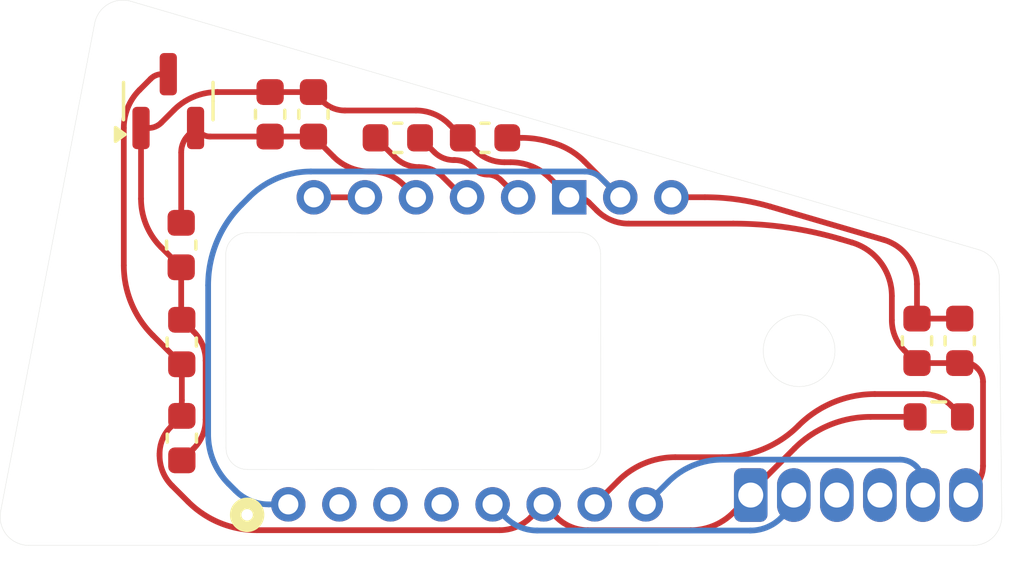
<source format=kicad_pcb>
(kicad_pcb (version 20240108) (generator "pcbnew") (generator_version "8.0")
  (layers (0 "F.Cu" signal) (1 "In1.Cu" signal) (2 "In2.Cu" signal) (31 "B.Cu" signal) (34 "B.Paste" user) (35 "F.Paste" user) (36 "B.SilkS" user "B.Silkscreen") (37 "F.SilkS" user "F.Silkscreen") (38 "B.Mask" user) (39 "F.Mask" user) (44 "Edge.Cuts" user))
  (net 0 "")
  (net 1 "Net-(U2-+VCSEL)")
  (net 2 "GND")
  (net 3 "Net-(U2-CP)")
  (net 4 "Net-(U2-CN)")
  (net 5 "3.3v")
  (net 6 "Net-(U2-VCP)")
  (net 7 "NCS")
  (net 8 "+1V8")
  (net 9 "SCLK")
  (net 10 "SDIO")
  (net 11 "Net-(U2-NRESET)")
  (net 12 "Net-(U2--VCSEL)")
  (net 14 "IRQ")
  (footprint "Capacitor_SMD:C_0603_1608Metric" (layer "F.Cu") (at 125.84 103.875 -90)
    (property "Reference" "C7" (hide yes))
    (property "Value" "100n" (hide yes))
    (fp_line (start -0.14058 0.51) (end 0.14058 0.51) (stroke (width 0.12)) (layer "F.SilkS"))
    (fp_line (start -0.14058 -0.51) (end 0.14058 -0.51) (stroke (width 0.12)) (layer "F.SilkS"))
    (pad "1" smd roundrect (at -0.775 0 270) (size 0.9 0.95) (layers "F.Cu" "F.Paste" "F.Mask") (net 5 "3.3v"))
    (pad "2" smd roundrect (at 0.775 0 270) (size 0.9 0.95) (layers "F.Cu" "F.Paste" "F.Mask") (net 2 "GND"))
  )
  (footprint "Capacitor_SMD:C_0603_1608Metric" (layer "F.Cu") (at 133.366509 93.410492 -5.689893001e-15)
    (property "Reference" "C6" (hide yes))
    (property "Value" "100n (X7R)" (hide yes))
    (fp_line (start -0.140581 -0.510001) (end 0.140581 -0.51) (stroke (width 0.12)) (layer "F.SilkS"))
    (fp_line (start -0.140581 0.51) (end 0.140581 0.510001) (stroke (width 0.12)) (layer "F.SilkS"))
    (pad "1" smd roundrect (at -0.775 0.000001) (size 0.9 0.95) (layers "F.Cu" "F.Paste" "F.Mask") (net 4 "Net-(U2-CN)"))
    (pad "2" smd roundrect (at 0.775 -0.000001) (size 0.9 0.95) (layers "F.Cu" "F.Paste" "F.Mask") (net 3 "Net-(U2-CP)"))
  )
  (footprint "Package_TO_SOT_SMD:SOT-23" (layer "F.Cu") (at 125.367418 92.129613 90)
    (property "Reference" "U1" (hide yes))
    (property "Value" "MCP1700x-180xxTT" (hide yes))
    (fp_line (start 0 -1.56) (end 0.65 -1.56) (stroke (width 0.12)) (layer "F.SilkS"))
    (fp_line (start 0 -1.56) (end -0.65 -1.56) (stroke (width 0.12)) (layer "F.SilkS"))
    (fp_line (start 0 1.56) (end 0.65 1.56) (stroke (width 0.12)) (layer "F.SilkS"))
    (fp_line (start 0 1.56) (end -0.65 1.56) (stroke (width 0.12)) (layer "F.SilkS"))
    (fp_poly (pts (xy -1.1625 -1.51) (xy -1.4025 -1.84) (xy -0.9225 -1.84) (xy -1.1625 -1.51)) (stroke (width 0.12)) (fill solid) (layer "F.SilkS"))
    (pad "1" smd roundrect (at -0.9375 -0.95 90) (size 1.475 0.6) (layers "F.Cu" "F.Paste" "F.Mask") (net 2 "GND"))
    (pad "2" smd roundrect (at -0.9375 0.95 90) (size 1.475 0.6) (layers "F.Cu" "F.Paste" "F.Mask") (net 8 "+1V8"))
    (pad "3" smd roundrect (at 0.9375 0 90) (size 1.475 0.6) (layers "F.Cu" "F.Paste" "F.Mask") (net 5 "3.3v"))
  )
  (footprint "Connector_Wuerth:Wuerth_WR-WTB_64800611622_1x06_P1.50mm_Vertical" (layer "F.Cu") (at 145.666509 105.860492)
    (property "Reference" "J3" (hide yes))
    (property "Value" "trackball" (hide yes))
    (pad "1" thru_hole roundrect (at 0 0) (size 1.17 1.87) (drill 0.87) (layers "*.Cu" "*.Mask") (roundrect_rratio 0.213675) (net 5 "3.3v"))
    (pad "2" thru_hole oval (at 1.500014 0) (size 1.17 1.87) (drill 0.87) (layers "*.Cu" "*.Mask") (net 7 "NCS"))
    (pad "3" thru_hole oval (at 2.999997 0.000001) (size 1.17 1.87) (drill 0.87) (layers "*.Cu" "*.Mask") (net 10 "SDIO"))
    (pad "4" thru_hole oval (at 4.500007 -0.000006) (size 1.17 1.87) (drill 0.87) (layers "*.Cu" "*.Mask") (net 9 "SCLK"))
    (pad "5" thru_hole oval (at 6.000008 -0.000002) (size 1.17 1.87) (drill 0.87) (layers "*.Cu" "*.Mask") (net 14 "IRQ"))
    (pad "6" thru_hole oval (at 7.500001 -0.000006) (size 1.17 1.87) (drill 0.87) (layers "*.Cu" "*.Mask") (net 2 "GND"))
  )
  (footprint "sensor:PMW3610" (layer "F.Cu") (at 133.829882 100.833873 90)
    (property "Reference" "U2" (hide yes))
    (property "Value" "PMW3610")
    (fp_circle (center -5.715 -5.715) (end -5.515009 -5.715003) (stroke (width 0.4)) (fill none) (layer "F.SilkS"))
    (pad "1" thru_hole circle (at -5.349993 -4.279997 90) (size 1.2 1.2) (drill 0.7) (layers "*.Cu" "*.Mask") (net 1 "Net-(U2-+VCSEL)"))
    (pad "2" thru_hole circle (at -5.350006 -2.500002 90) (size 1.2 1.2) (drill 0.7) (layers "*.Cu" "*.Mask") (net 10 "SDIO"))
    (pad "3" thru_hole circle (at -5.35 -0.720011 90) (size 1.2 1.2) (drill 0.7) (layers "*.Cu" "*.Mask") (net 9 "SCLK"))
    (pad "4" thru_hole circle (at -5.35 1.060002 90) (size 1.2 1.2) (drill 0.7) (layers "*.Cu" "*.Mask"))
    (pad "5" thru_hole circle (at -5.35 2.840002 90) (size 1.2 1.2) (drill 0.7) (layers "*.Cu" "*.Mask") (net 7 "NCS"))
    (pad "6" thru_hole circle (at -5.350007 4.620008 90) (size 1.2 1.2) (drill 0.7) (layers "*.Cu" "*.Mask") (net 5 "3.3v"))
    (pad "7" thru_hole circle (at -5.349995 6.400002 90) (size 1.2 1.2) (drill 0.7) (layers "*.Cu" "*.Mask") (net 11 "Net-(U2-NRESET)"))
    (pad "8" thru_hole circle (at -5.350002 8.180014 90) (size 1.2 1.2) (drill 0.7) (layers "*.Cu" "*.Mask") (net 14 "IRQ"))
    (pad "9" thru_hole circle (at 5.350007 9.069995 90) (size 1.2 1.2) (drill 0.7) (layers "*.Cu" "*.Mask") (net 6 "Net-(U2-VCP)"))
    (pad "10" thru_hole circle (at 5.34999 7.289995 90) (size 1.2 1.2) (drill 0.7) (layers "*.Cu" "*.Mask") (net 1 "Net-(U2-+VCSEL)"))
    (pad "11" thru_hole rect (at 5.350002 5.510006 90) (size 1.2 1.2) (drill 0.7) (layers "*.Cu" "*.Mask") (net 2 "GND"))
    (pad "12" thru_hole circle (at 5.349998 3.729995 90) (size 1.2 1.2) (drill 0.7) (layers "*.Cu" "*.Mask") (net 3 "Net-(U2-CP)"))
    (pad "13" thru_hole circle (at 5.349998 1.949997 90) (size 1.2 1.2) (drill 0.7) (layers "*.Cu" "*.Mask") (net 4 "Net-(U2-CN)"))
    (pad "14" thru_hole circle (at 5.350001 0.170001 90) (size 1.2 1.2) (drill 0.7) (layers "*.Cu" "*.Mask") (net 8 "+1V8"))
    (pad "15" thru_hole circle (at 5.350008 -1.610007 90) (size 1.2 1.2) (drill 0.7) (layers "*.Cu" "*.Mask") (net 12 "Net-(U2--VCSEL)"))
    (pad "16" thru_hole circle (at 5.349999 -3.389994 90) (size 1.2 1.2) (drill 0.7) (layers "*.Cu" "*.Mask") (net 12 "Net-(U2--VCSEL)"))
  )
  (footprint "Capacitor_SMD:C_0603_1608Metric" (layer "F.Cu") (at 125.817418 97.147113 -90)
    (property "Reference" "C10" (hide yes))
    (property "Value" "1uF" (hide yes))
    (fp_line (start -0.14058 0.51) (end 0.14058 0.51) (stroke (width 0.12)) (layer "F.SilkS"))
    (fp_line (start -0.14058 -0.51) (end 0.14058 -0.51) (stroke (width 0.12)) (layer "F.SilkS"))
    (pad "1" smd roundrect (at -0.775 0 270) (size 0.9 0.95) (layers "F.Cu" "F.Paste" "F.Mask") (net 8 "+1V8"))
    (pad "2" smd roundrect (at 0.775 0 270) (size 0.9 0.95) (layers "F.Cu" "F.Paste" "F.Mask") (net 2 "GND"))
  )
  (footprint "Capacitor_SMD:C_0603_1608Metric" (layer "F.Cu") (at 152.949999 100.485 -90)
    (property "Reference" "C9" (hide yes))
    (property "Value" "10n (X7R)" (hide yes))
    (fp_line (start -0.140581 0.51) (end 0.140581 0.510001) (stroke (width 0.12)) (layer "F.SilkS"))
    (fp_line (start -0.140581 -0.510001) (end 0.140581 -0.51) (stroke (width 0.12)) (layer "F.SilkS"))
    (pad "1" smd roundrect (at -0.775 0.000001 270) (size 0.9 0.95) (layers "F.Cu" "F.Paste" "F.Mask") (net 6 "Net-(U2-VCP)"))
    (pad "2" smd roundrect (at 0.775 -0.000001 270) (size 0.9 0.95) (layers "F.Cu" "F.Paste" "F.Mask") (net 2 "GND"))
  )
  (footprint "Capacitor_SMD:C_0603_1608Metric" (layer "F.Cu") (at 136.406509 93.410492 180)
    (property "Reference" "C1" (hide yes))
    (property "Value" "10n" (hide yes))
    (fp_line (start -0.140581 0.51) (end 0.140581 0.510001) (stroke (width 0.12)) (layer "F.SilkS"))
    (fp_line (start -0.140581 -0.510001) (end 0.140581 -0.51) (stroke (width 0.12)) (layer "F.SilkS"))
    (pad "1" smd roundrect (at -0.775 0.000001 180) (size 0.9 0.95) (layers "F.Cu" "F.Paste" "F.Mask") (net 1 "Net-(U2-+VCSEL)"))
    (pad "2" smd roundrect (at 0.775 -0.000001 180) (size 0.9 0.95) (layers "F.Cu" "F.Paste" "F.Mask") (net 2 "GND"))
  )
  (footprint "Resistor_SMD:R_0603_1608Metric" (layer "F.Cu") (at 152.219999 103.135 180)
    (property "Reference" "R1" (hide yes))
    (property "Value" "2M" (hide yes))
    (fp_line (start -0.237258 0.5225) (end 0.237258 0.5225) (stroke (width 0.12)) (layer "F.SilkS"))
    (fp_line (start -0.237258 -0.5225) (end 0.237258 -0.5225) (stroke (width 0.12)) (layer "F.SilkS"))
    (pad "1" smd roundrect (at -0.825 0 180) (size 0.8 0.95) (layers "F.Cu" "F.Paste" "F.Mask") (net 11 "Net-(U2-NRESET)"))
    (pad "2" smd roundrect (at 0.825 0 180) (size 0.8 0.95) (layers "F.Cu" "F.Paste" "F.Mask") (net 5 "3.3v"))
  )
  (footprint "Capacitor_SMD:C_0603_1608Metric" (layer "F.Cu") (at 125.837418 100.527113 90)
    (property "Reference" "C11" (hide yes))
    (property "Value" "1uF" (hide yes))
    (fp_line (start -0.14058 -0.51) (end 0.14058 -0.51) (stroke (width 0.12)) (layer "F.SilkS"))
    (fp_line (start -0.14058 0.51) (end 0.14058 0.51) (stroke (width 0.12)) (layer "F.SilkS"))
    (pad "1" smd roundrect (at -0.775 0 90) (size 0.9 0.95) (layers "F.Cu" "F.Paste" "F.Mask") (net 5 "3.3v"))
    (pad "2" smd roundrect (at 0.775 0 90) (size 0.9 0.95) (layers "F.Cu" "F.Paste" "F.Mask") (net 2 "GND"))
  )
  (footprint "Capacitor_SMD:C_0603_1608Metric" (layer "F.Cu") (at 130.426509 92.590492 90)
    (property "Reference" "C3" (hide yes))
    (property "Value" "3.3u/16V" (hide yes))
    (fp_line (start -0.140581 -0.510001) (end 0.140581 -0.51) (stroke (width 0.12)) (layer "F.SilkS"))
    (fp_line (start -0.140581 0.51) (end 0.140581 0.510001) (stroke (width 0.12)) (layer "F.SilkS"))
    (pad "1" smd roundrect (at -0.775 0.000001 90) (size 0.9 0.95) (layers "F.Cu" "F.Paste" "F.Mask") (net 8 "+1V8"))
    (pad "2" smd roundrect (at 0.775 -0.000001 90) (size 0.9 0.95) (layers "F.Cu" "F.Paste" "F.Mask") (net 2 "GND"))
  )
  (footprint "Capacitor_SMD:C_0603_1608Metric" (layer "F.Cu") (at 151.459999 100.485 -90)
    (property "Reference" "C8" (hide yes))
    (property "Value" "10u (X7R)" (hide yes))
    (fp_line (start -0.140581 0.51) (end 0.140581 0.510001) (stroke (width 0.12)) (layer "F.SilkS"))
    (fp_line (start -0.140581 -0.510001) (end 0.140581 -0.51) (stroke (width 0.12)) (layer "F.SilkS"))
    (pad "1" smd roundrect (at -0.775 0.000001 270) (size 0.9 0.95) (layers "F.Cu" "F.Paste" "F.Mask") (net 6 "Net-(U2-VCP)"))
    (pad "2" smd roundrect (at 0.775 -0.000001 270) (size 0.9 0.95) (layers "F.Cu" "F.Paste" "F.Mask") (net 2 "GND"))
  )
  (footprint "Capacitor_SMD:C_0603_1608Metric" (layer "F.Cu") (at 128.916509 92.590492 90)
    (property "Reference" "C2" (hide yes))
    (property "Value" "100n" (hide yes))
    (fp_line (start -0.140581 -0.510001) (end 0.140581 -0.51) (stroke (width 0.12)) (layer "F.SilkS"))
    (fp_line (start -0.140581 0.51) (end 0.140581 0.510001) (stroke (width 0.12)) (layer "F.SilkS"))
    (pad "1" smd roundrect (at -0.775 0.000001 90) (size 0.9 0.95) (layers "F.Cu" "F.Paste" "F.Mask") (net 8 "+1V8"))
    (pad "2" smd roundrect (at 0.775 -0.000001 90) (size 0.9 0.95) (layers "F.Cu" "F.Paste" "F.Mask") (net 2 "GND"))
  )
  (gr_line (start 140.438149 104.214928) (end 140.432271 97.455078) (stroke (width 0.01)) (layer "Edge.Cuts"))
  (gr_arc (start 127.372166 97.467224) (mid 127.591406 96.936674) (end 128.12159 96.716576) (stroke (width 0.01)) (layer "Edge.Cuts"))
  (gr_arc (start 128.126581 104.968575) (mid 127.596471 104.748401) (end 127.378432 104.217409) (stroke (width 0.01)) (layer "Edge.Cuts"))
  (gr_arc (start 122.801086 89.42243) (mid 123.262276 88.757899) (end 124.064203 88.651937) (stroke (width 0.01)) (layer "Edge.Cuts"))
  (gr_line (start 154.325964 98.257069) (end 154.413372 106.603511) (stroke (width 0.01)) (layer "Edge.Cuts"))
  (gr_line (start 128.126581 104.968575) (end 139.686578 104.972152) (stroke (width 0.01)) (layer "Edge.Cuts"))
  (gr_arc (start 154.413372 106.603511) (mid 154.124227 107.317393) (end 153.413417 107.613984) (stroke (width 0.01)) (layer "Edge.Cuts"))
  (gr_line (start 119.526509 106.420492) (end 122.801086 89.42243) (stroke (width 0.01)) (layer "Edge.Cuts"))
  (gr_arc (start 153.607195 97.307882) (mid 154.123215 97.663853) (end 154.325964 98.257069) (stroke (width 0.01)) (layer "Edge.Cuts"))
  (gr_circle (center 147.352507 100.828356) (end 147.365597 102.078287) (stroke (width 0.01)) (fill none) (layer "Edge.Cuts"))
  (gr_line (start 153.413417 107.613984) (end 153.413417 107.613986) (stroke (width 0.01)) (layer "Edge.Cuts"))
  (gr_arc (start 120.507738 107.613653) (mid 119.735306 107.248821) (end 119.526509 106.420492) (stroke (width 0.01)) (layer "Edge.Cuts"))
  (gr_line (start 139.68165 96.705807) (end 128.12159 96.716576) (stroke (width 0.01)) (layer "Edge.Cuts"))
  (gr_line (start 153.413417 107.613986) (end 120.507738 107.613653) (stroke (width 0.01)) (layer "Edge.Cuts"))
  (gr_arc (start 140.438148 104.214928) (mid 140.22 104.75) (end 139.686578 104.972152) (stroke (width 0.01)) (layer "Edge.Cuts"))
  (gr_arc (start 139.68165 96.705807) (mid 140.212108 96.924993) (end 140.432271 97.455078) (stroke (width 0.01)) (layer "Edge.Cuts"))
  (gr_line (start 124.064203 88.651937) (end 153.607195 97.307882) (stroke (width 0.01)) (layer "Edge.Cuts"))
  (gr_line (start 127.372166 97.467224) (end 127.378432 104.217409) (stroke (width 0.01)) (layer "Edge.Cuts"))
  (segment (start 137.676446 93.410492) (end 137.18151 93.410492) (width 0.2) (layer "F.Cu") (net 1))
  (segment (start 139.865155 94.229161) (end 141.119877 95.483883) (width 0.2) (layer "F.Cu") (net 1))
  (segment (start 138.790263 93.59182) (end 138.646352 93.549655) (width 0.2) (layer "F.Cu") (net 1))
  (arc (start 138.790263 93.59182) (mid 139.367782 93.842906) (end 139.865155 94.229161) (width 0.2) (layer "F.Cu") (net 1))
  (arc (start 137.18151 93.410492) (mid 137.18151 93.410492) (end 137.18151 93.410492) (width 0.2) (layer "F.Cu") (net 1))
  (arc (start 138.646352 93.549655) (mid 138.166365 93.445459) (end 137.676446 93.410492) (width 0.2) (layer "F.Cu") (net 1))
  (segment (start 128.868164 106.183866) (end 129.549885 106.183866) (width 0.2) (layer "B.Cu") (net 1))
  (segment (start 127.918041 95.745397) (end 128.190297 95.473145) (width 0.2) (layer "B.Cu") (net 1))
  (segment (start 127.704393 105.701816) (end 127.471476 105.468899) (width 0.2) (layer "B.Cu") (net 1))
  (segment (start 126.756509 103.742815) (end 126.756509 98.549583) (width 0.2) (layer "B.Cu") (net 1))
  (segment (start 139.885207 94.583865) (end 130.337234 94.583865) (width 0.2) (layer "B.Cu") (net 1))
  (segment (start 140.456493 94.820499) (end 141.119877 95.483883) (width 0.2) (layer "B.Cu") (net 1))
  (arc (start 126.756509 103.742815) (mid 126.942322 104.676965) (end 127.471476 105.468899) (width 0.2) (layer "B.Cu") (net 1))
  (arc (start 140.456493 94.820499) (mid 140.194385 94.645364) (end 139.885207 94.583865) (width 0.2) (layer "B.Cu") (net 1))
  (arc (start 130.337234 94.583865) (mid 129.175322 94.814981) (end 128.190297 95.473145) (width 0.2) (layer "B.Cu") (net 1))
  (arc (start 127.704393 105.701816) (mid 128.238335 106.058585) (end 128.868164 106.183866) (width 0.2) (layer "B.Cu") (net 1))
  (arc (start 127.918041 95.745397) (mid 127.058381 97.031968) (end 126.756509 98.549583) (width 0.2) (layer "B.Cu") (net 1))
  (segment (start 130.747416 92.1364) (end 130.426508 91.815492) (width 0.2) (layer "F.Cu") (net 2))
  (segment (start 126.255 104.235) (end 125.84 104.65) (width 0.2) (layer "F.Cu") (net 2))
  (segment (start 151.46 101.26) (end 152.889588 101.26) (width 0.2) (layer "F.Cu") (net 2))
  (segment (start 125.565176 92.441302) (end 125.123902 92.882576) (width 0.2) (layer "F.Cu") (net 2))
  (segment (start 125.827418 99.742113) (end 125.847418 99.762113) (width 0.2) (layer "F.Cu") (net 2))
  (segment (start 126.67 103.233101) (end 126.67 101.173419) (width 0.2) (layer "F.Cu") (net 2))
  (segment (start 150.584199 98.924199) (end 150.584199 99.764914) (width 0.2) (layer "F.Cu") (net 2))
  (segment (start 127.076016 91.815492) (end 128.916508 91.815492) (width 0.2) (layer "F.Cu") (net 2))
  (segment (start 151.022099 100.822099) (end 151.46 101.26) (width 0.2) (layer "F.Cu") (net 2))
  (segment (start 124.417418 93.328087) (end 124.417418 95.532163) (width 0.2) (layer "F.Cu") (net 2))
  (segment (start 153.761365 101.909748) (end 153.761365 104.845004) (width 0.2) (layer "F.Cu") (net 2))
  (segment (start 145.059636 96.4) (end 141.411002 96.4) (width 0.2) (layer "F.Cu") (net 2))
  (segment (start 125.847418 99.762113) (end 126.253709 100.168404) (width 0.2) (layer "F.Cu") (net 2))
  (segment (start 153.463937 105.563058) (end 153.16651 105.860486) (width 0.2) (layer "F.Cu") (net 2))
  (segment (start 153.533044 101.412293) (end 153.571058 101.450307) (width 0.2) (layer "F.Cu") (net 2))
  (segment (start 137.082548 94.260492) (end 137.299008 94.260492) (width 0.2) (layer "F.Cu") (net 2))
  (segment (start 136.056508 93.835492) (end 135.631509 93.410493) (width 0.2) (layer "F.Cu") (net 2))
  (segment (start 135.154917 92.933901) (end 135.631509 93.410493) (width 0.2) (layer "F.Cu") (net 2))
  (segment (start 139.160571 95.304554) (end 138.694569 94.838552) (width 0.2) (layer "F.Cu") (net 2))
  (segment (start 125.817418 97.922113) (end 125.117418 97.222113) (width 0.2) (layer "F.Cu") (net 2))
  (segment (start 149.1831 97.053684) (end 148.768127 96.932099) (width 0.2) (layer "F.Cu") (net 2))
  (segment (start 153.165375 101.26) (end 153.010412 101.26) (width 0.2) (layer "F.Cu") (net 2))
  (segment (start 152.889588 101.26) (end 153.010412 101.26) (width 0.2) (layer "F.Cu") (net 2))
  (segment (start 131.522158 92.457309) (end 134.004322 92.457309) (width 0.2) (layer "F.Cu") (net 2))
  (segment (start 128.916508 91.815492) (end 130.426508 91.815492) (width 0.2) (layer "F.Cu") (net 2))
  (segment (start 152.95 101.320412) (end 152.95 101.380824) (width 0.2) (layer "F.Cu") (net 2))
  (segment (start 125.817418 99.71797) (end 125.817418 97.922113) (width 0.2) (layer "F.Cu") (net 2))
  (segment (start 140.305136 95.941935) (end 140.026388 95.663187) (width 0.2) (layer "F.Cu") (net 2))
  (arc (start 136.056508 93.835492) (mid 136.527259 94.150038) (end 137.082548 94.260492) (width 0.2) (layer "F.Cu") (net 2))
  (arc (start 135.154917 92.933901) (mid 134.627019 92.581171) (end 134.004322 92.457309) (width 0.2) (layer "F.Cu") (net 2))
  (arc (start 124.417418 95.532163) (mid 124.599342 96.446757) (end 125.117418 97.222113) (width 0.2) (layer "F.Cu") (net 2))
  (arc (start 153.533044 101.412293) (mid 153.364356 101.299579) (end 153.165375 101.26) (width 0.2) (layer "F.Cu") (net 2))
  (arc (start 153.761365 104.845004) (mid 153.684065 105.233612) (end 153.463937 105.563058) (width 0.2) (layer "F.Cu") (net 2))
  (arc (start 148.768127 96.932099) (mid 146.932871 96.533702) (end 145.059636 96.4) (width 0.2) (layer "F.Cu") (net 2))
  (arc (start 150.584199 99.764914) (mid 150.698005 100.337058) (end 151.022099 100.822099) (width 0.2) (layer "F.Cu") (net 2))
  (arc (start 126.253709 100.168404) (mid 126.561809 100.629508) (end 126.67 101.173419) (width 0.2) (layer "F.Cu") (net 2))
  (arc (start 138.694569 94.838552) (mid 138.05428 94.410724) (end 137.299008 94.260492) (width 0.2) (layer "F.Cu") (net 2))
  (arc (start 139.160571 95.304554) (mid 139.359191 95.437268) (end 139.59348 95.483871) (width 0.2) (layer "F.Cu") (net 2))
  (arc (start 126.67 103.233101) (mid 126.562145 103.775324) (end 126.255 104.235) (width 0.2) (layer "F.Cu") (net 2))
  (arc (start 124.678392 93.067113) (mid 124.493855 93.14355) (end 124.417418 93.328087) (width 0.2) (layer "F.Cu") (net 2))
  (arc (start 125.817418 99.71797) (mid 125.820016 99.731036) (end 125.827418 99.742113) (width 0.2) (layer "F.Cu") (net 2))
  (arc (start 140.026388 95.663187) (mid 139.827768 95.530473) (end 139.59348 95.483871) (width 0.2) (layer "F.Cu") (net 2))
  (arc (start 149.1831 97.053684) (mid 150.195084 97.755663) (end 150.584199 98.924199) (width 0.2) (layer "F.Cu") (net 2))
  (arc (start 127.076016 91.815492) (mid 126.258355 91.978134) (end 125.565176 92.441302) (width 0.2) (layer "F.Cu") (net 2))
  (arc (start 153.010412 101.26) (mid 152.967694 101.277694) (end 152.95 101.320412) (width 0.2) (layer "F.Cu") (net 2))
  (arc (start 125.123902 92.882576) (mid 124.9195 93.019153) (end 124.678392 93.067113) (width 0.2) (layer "F.Cu") (net 2))
  (arc (start 152.95 101.320412) (mid 152.932305 101.277694) (end 152.889588 101.26) (width 0.2) (layer "F.Cu") (net 2))
  (arc (start 140.305136 95.941935) (mid 140.812511 96.280952) (end 141.411002 96.4) (width 0.2) (layer "F.Cu") (net 2))
  (arc (start 130.747416 92.1364) (mid 131.10287 92.373907) (end 131.522158 92.457309) (width 0.2) (layer "F.Cu") (net 2))
  (arc (start 153.571058 101.450307) (mid 153.711905 101.6611) (end 153.761365 101.909748) (width 0.2) (layer "F.Cu") (net 2))
  (segment (start 139.339888 95.483871) (end 139.847072 95.483871) (width 0.2) (layer "B.Cu") (net 2))
  (segment (start 134.635436 93.904418) (end 134.141509 93.410491) (width 0.2) (layer "F.Cu") (net 3))
  (segment (start 136.960943 94.884941) (end 137.559877 95.483875) (width 0.2) (layer "F.Cu") (net 3))
  (segment (start 136.022059 94.496042) (end 135.964009 94.437992) (width 0.2) (layer "F.Cu") (net 3))
  (segment (start 135.354421 94.185493) (end 135.31401 94.185493) (width 0.2) (layer "F.Cu") (net 3))
  (arc (start 135.964009 94.437992) (mid 135.684327 94.251115) (end 135.354421 94.185493) (width 0.2) (layer "F.Cu") (net 3))
  (arc (start 134.635436 93.904418) (mid 134.946768 94.112443) (end 135.31401 94.185493) (width 0.2) (layer "F.Cu") (net 3))
  (arc (start 136.022059 94.496042) (mid 136.237441 94.639956) (end 136.491501 94.690492) (width 0.2) (layer "F.Cu") (net 3))
  (arc (start 136.960943 94.884941) (mid 136.745561 94.741027) (end 136.491501 94.690492) (width 0.2) (layer "F.Cu") (net 3))
  (segment (start 134.94334 94.778008) (end 135.603007 95.437675) (width 0.2) (layer "F.Cu") (net 4))
  (segment (start 133.263007 94.081991) (end 132.591509 93.410493) (width 0.2) (layer "F.Cu") (net 4))
  (segment (start 135.714543 95.483875) (end 135.779879 95.483875) (width 0.2) (layer "F.Cu") (net 4))
  (arc (start 135.603007 95.437675) (mid 135.65418 95.471868) (end 135.714543 95.483875) (width 0.2) (layer "F.Cu") (net 4))
  (arc (start 133.263007 94.081991) (mid 133.648479 94.339555) (end 134.103174 94.43) (width 0.2) (layer "F.Cu") (net 4))
  (arc (start 134.94334 94.778008) (mid 134.557868 94.520444) (end 134.103174 94.43) (width 0.2) (layer "F.Cu") (net 4))
  (segment (start 125.065 104.423007) (end 125.065 104.486848) (width 0.2) (layer "F.Cu") (net 5))
  (segment (start 125.140892 91.192113) (end 125.367418 91.192113) (width 0.2) (layer "F.Cu") (net 5))
  (segment (start 125.836127 101.300822) (end 125.838709 101.303404) (width 0.2) (layer "F.Cu") (net 5))
  (segment (start 125.836127 101.300822) (end 124.827418 100.292113) (width 0.2) (layer "F.Cu") (net 5))
  (segment (start 149.842717 103.135) (end 151.394999 103.135) (width 0.2) (layer "F.Cu") (net 5))
  (segment (start 126.057591 106.091287) (end 125.497641 105.531337) (width 0.2) (layer "F.Cu") (net 5))
  (segment (start 124.365891 91.740586) (end 124.754187 91.352291) (width 0.2) (layer "F.Cu") (net 5))
  (segment (start 123.817418 93.06472) (end 123.817418 97.853757) (width 0.2) (layer "F.Cu") (net 5))
  (segment (start 125.84 102.551992) (end 125.84 101.30652) (width 0.2) (layer "F.Cu") (net 5))
  (segment (start 145.054817 106.472183) (end 145.6306 105.8964) (width 0.2) (layer "F.Cu") (net 5))
  (segment (start 145.702417 105.723018) (end 147.192807 104.232628) (width 0.2) (layer "F.Cu") (net 5))
  (segment (start 136.913495 107.083879) (end 128.453919 107.083879) (width 0.2) (layer "F.Cu") (net 5))
  (segment (start 143.578063 107.083875) (end 139.986277 107.083875) (width 0.2) (layer "F.Cu") (net 5))
  (arc (start 123.817418 97.853757) (mid 124.079908 99.173385) (end 124.827418 100.292113) (width 0.2) (layer "F.Cu") (net 5))
  (arc (start 126.057591 106.091287) (mid 127.157035 106.825912) (end 128.453919 107.083879) (width 0.2) (layer "F.Cu") (net 5))
  (arc (start 138.899887 106.633877) (mid 139.398327 106.966924) (end 139.986277 107.083875) (width 0.2) (layer "F.Cu") (net 5))
  (arc (start 145.702417 105.723018) (mid 145.675841 105.762792) (end 145.666509 105.809709) (width 0.2) (layer "F.Cu") (net 5))
  (arc (start 138.899887 106.633877) (mid 138.449889 106.447482) (end 137.999892 106.633877) (width 0.2) (layer "F.Cu") (net 5))
  (arc (start 125.065 104.486848) (mid 125.177439 105.052121) (end 125.497641 105.531337) (width 0.2) (layer "F.Cu") (net 5))
  (arc (start 137.999892 106.633877) (mid 137.501448 106.966927) (end 136.913495 107.083879) (width 0.2) (layer "F.Cu") (net 5))
  (arc (start 125.140892 91.192113) (mid 124.931609 91.233741) (end 124.754187 91.352291) (width 0.2) (layer "F.Cu") (net 5))
  (arc (start 124.365891 91.740586) (mid 123.959961 92.348104) (end 123.817418 93.06472) (width 0.2) (layer "F.Cu") (net 5))
  (arc (start 145.054817 106.472183) (mid 144.377276 106.924901) (end 143.578063 107.083875) (width 0.2) (layer "F.Cu") (net 5))
  (arc (start 145.666509 105.809709) (mid 145.657176 105.856626) (end 145.6306 105.8964) (width 0.2) (layer "F.Cu") (net 5))
  (arc (start 125.4525 103.4875) (mid 125.165707 103.916714) (end 125.065 104.423007) (width 0.2) (layer "F.Cu") (net 5))
  (arc (start 125.838709 101.303404) (mid 125.839664 101.304833) (end 125.84 101.30652) (width 0.2) (layer "F.Cu") (net 5))
  (arc (start 149.842717 103.135) (mid 148.408596 103.420264) (end 147.192807 104.232628) (width 0.2) (layer "F.Cu") (net 5))
  (arc (start 125.84 102.551992) (mid 125.739292 103.058285) (end 125.4525 103.4875) (width 0.2) (layer "F.Cu") (net 5))
  (segment (start 142.90181 95.481933) (end 142.901564 95.482179) (width 0.2) (layer "F.Cu") (net 6))
  (segment (start 151.459998 99.707499) (end 151.459998 99.704999) (width 0.2) (layer "F.Cu") (net 6))
  (segment (start 151.459998 98.506994) (end 151.459998 99.707499) (width 0.2) (layer "F.Cu") (net 6))
  (segment (start 151.462498 99.71) (end 152.949998 99.71) (width 0.2) (layer "F.Cu") (net 6))
  (segment (start 142.906476 95.48) (end 144.069208 95.48) (width 0.2) (layer "F.Cu") (net 6))
  (segment (start 142.901564 95.482179) (end 142.903251 95.480492) (width 0.2) (layer "F.Cu") (net 6))
  (segment (start 146.35312 95.807699) (end 150.305525 96.965733) (width 0.2) (layer "F.Cu") (net 6))
  (arc (start 151.462498 99.71) (mid 151.46073 99.709267) (end 151.459998 99.707499) (width 0.2) (layer "F.Cu") (net 6))
  (arc (start 151.459998 99.707499) (mid 151.46073 99.709267) (end 151.462498 99.71) (width 0.2) (layer "F.Cu") (net 6))
  (arc (start 142.901564 95.482179) (mid 142.901564 95.482179) (end 142.901564 95.482179) (width 0.2) (layer "F.Cu") (net 6))
  (arc (start 146.35312 95.807699) (mid 145.222859 95.562342) (end 144.069208 95.48) (width 0.2) (layer "F.Cu") (net 6))
  (arc (start 151.459998 99.707499) (mid 151.459998 99.707499) (end 151.459998 99.707499) (width 0.2) (layer "F.Cu") (net 6))
  (arc (start 150.305525 96.965733) (mid 151.139376 97.544147) (end 151.459998 98.506994) (width 0.2) (layer "F.Cu") (net 6))
  (arc (start 142.906476 95.48) (mid 142.90395 95.480502) (end 142.90181 95.481933) (width 0.2) (layer "F.Cu") (net 6))
  (segment (start 146.724022 106.652991) (end 147.042779 106.334235) (width 0.2) (layer "B.Cu") (net 7))
  (segment (start 137.125693 106.639682) (end 136.669884 106.183873) (width 0.2) (layer "B.Cu") (net 7))
  (segment (start 147.166523 106.035492) (end 147.166523 105.860492) (width 0.2) (layer "B.Cu") (net 7))
  (segment (start 145.655733 107.095492) (end 138.226114 107.095492) (width 0.2) (layer "B.Cu") (net 7))
  (arc (start 137.125693 106.639682) (mid 137.63057 106.97703) (end 138.226114 107.095492) (width 0.2) (layer "B.Cu") (net 7))
  (arc (start 147.166523 106.035492) (mid 147.134362 106.19717) (end 147.042779 106.334235) (width 0.2) (layer "B.Cu") (net 7))
  (arc (start 146.724022 106.652991) (mid 146.233887 106.980489) (end 145.655733 107.095492) (width 0.2) (layer "B.Cu") (net 7))
  (segment (start 133.549879 95.033868) (end 133.999883 95.483872) (width 0.2) (layer "F.Cu") (net 8))
  (segment (start 128.91651 93.365492) (end 130.42651 93.365492) (width 0.2) (layer "F.Cu") (net 8))
  (segment (start 125.962418 96.227113) (end 126.107418 96.082113) (width 0.2) (layer "F.Cu") (net 8))
  (segment (start 125.817418 93.920666) (end 125.817418 96.167052) (width 0.2) (layer "F.Cu") (net 8))
  (segment (start 131.130465 94.069447) (end 130.42651 93.365492) (width 0.2) (layer "F.Cu") (net 8))
  (segment (start 132.463474 94.583865) (end 132.372379 94.583865) (width 0.2) (layer "F.Cu") (net 8))
  (segment (start 128.91651 93.365492) (end 126.826782 93.365492) (width 0.2) (layer "F.Cu") (net 8))
  (segment (start 126.067417 93.317112) (end 126.168228 93.216302) (width 0.2) (layer "F.Cu") (net 8))
  (arc (start 126.466607 93.216302) (mid 126.631856 93.326718) (end 126.826782 93.365492) (width 0.2) (layer "F.Cu") (net 8))
  (arc (start 126.067417 93.317112) (mid 125.88239 93.594025) (end 125.817418 93.920666) (width 0.2) (layer "F.Cu") (net 8))
  (arc (start 126.466607 93.216302) (mid 126.317417 93.154505) (end 126.168228 93.216302) (width 0.2) (layer "F.Cu") (net 8))
  (arc (start 125.817418 96.167052) (mid 125.869852 96.245525) (end 125.962418 96.227113) (width 0.2) (layer "F.Cu") (net 8))
  (arc (start 133.549879 95.033868) (mid 133.051432 94.700816) (end 132.463474 94.583865) (width 0.2) (layer "F.Cu") (net 8))
  (arc (start 131.130465 94.069447) (mid 131.70026 94.450172) (end 132.372379 94.583865) (width 0.2) (layer "F.Cu") (net 8))
  (segment (start 141.051818 105.361934) (end 140.229884 106.183868) (width 0.2) (layer "F.Cu") (net 11))
  (segment (start 144.675712 104.54) (end 143.036142 104.54) (width 0.2) (layer "F.Cu") (net 11))
  (segment (start 151.687849 102.34) (end 149.986981 102.34) (width 0.2) (layer "F.Cu") (net 11))
  (segment (start 152.647499 102.7375) (end 153.044999 103.135) (width 0.2) (layer "F.Cu") (net 11))
  (arc (start 149.986981 102.34) (mid 148.549762 102.62588) (end 147.331347 103.44) (width 0.2) (layer "F.Cu") (net 11))
  (arc (start 147.331347 103.44) (mid 146.112931 104.254119) (end 144.675712 104.54) (width 0.2) (layer "F.Cu") (net 11))
  (arc (start 143.036142 104.54) (mid 141.962233 104.753613) (end 141.051818 105.361934) (width 0.2) (layer "F.Cu") (net 11))
  (arc (start 152.647499 102.7375) (mid 152.207207 102.443306) (end 151.687849 102.34) (width 0.2) (layer "F.Cu") (net 11))
  (segment (start 132.219859 95.483874) (end 130.439888 95.483874) (width 0.2) (layer "F.Cu") (net 12))
  (arc (start 132.219875 95.483865) (mid 132.219866 95.483871) (end 132.219859 95.483874) (width 0.2) (layer "F.Cu") (net 12))
  (segment (start 142.78909 105.40468) (end 142.009896 106.183875) (width 0.2) (layer "B.Cu") (net 14))
  (segment (start 144.670232 104.625486) (end 150.872688 104.625486) (width 0.2) (layer "B.Cu") (net 14))
  (segment (start 151.666517 105.419314) (end 151.666517 105.86049) (width 0.2) (layer "B.Cu") (net 14))
  (arc (start 151.43401 104.857993) (mid 151.60609 105.115529) (end 151.666517 105.419314) (width 0.2) (layer "B.Cu") (net 14))
  (arc (start 144.670232 104.625486) (mid 143.652165 104.827991) (end 142.78909 105.40468) (width 0.2) (layer "B.Cu") (net 14))
  (arc (start 151.43401 104.857993) (mid 151.176473 104.685912) (end 150.872688 104.625486) (width 0.2) (layer "B.Cu") (net 14))
)
</source>
